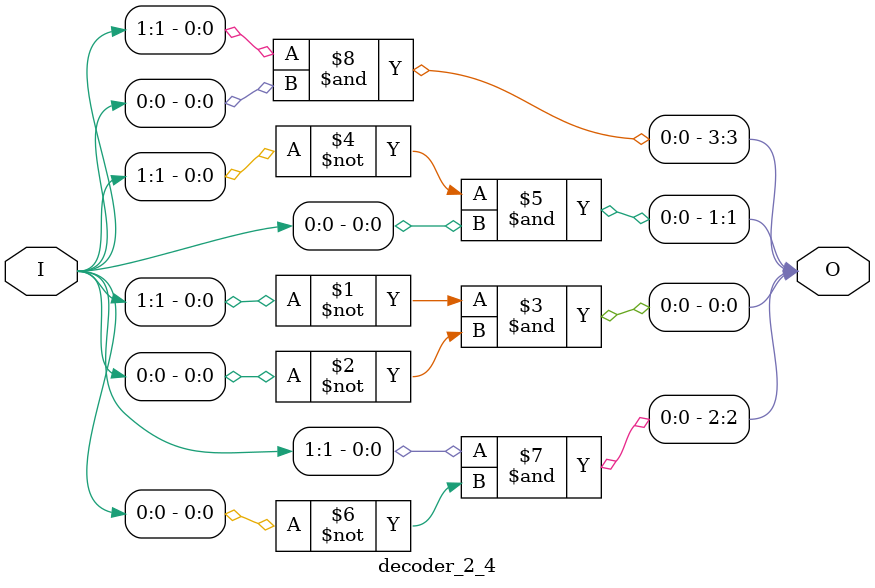
<source format=v>
module decoder_2_4( input [1:0]I, output [3:0]O);
  assign O[0] = ~I[1] & ~I[0];
  assign O[1] = ~I[1] & I[0];
  assign O[2] =  I[1] & ~I[0];
  assign O[3] =  I[1] & I[0];
endmodule

//Gate level Modelling
/*
module decoder_2_4( input [1:0]I, output [3:0]O);
and (O[0],~I[1],~I[0]);
and (O[1],~I[1],I[0]);
and (O[2],I[1],~I[0]);
and (O[3],I[1],I[0]);
endmodule
*/


//behavioural Modelling
/*module decoder_2_4( input [1:0]I, output reg [3:0]O);
always @(*) 
begin
case(I)
2'b00: O = 4'b0001;
2'b01: O = 4'b0010;
2'b10: O = 4'b0100;
2'b11: O = 4'b1000;
default: O = 4'b0000;
endcase
end
endmodule*/

</source>
